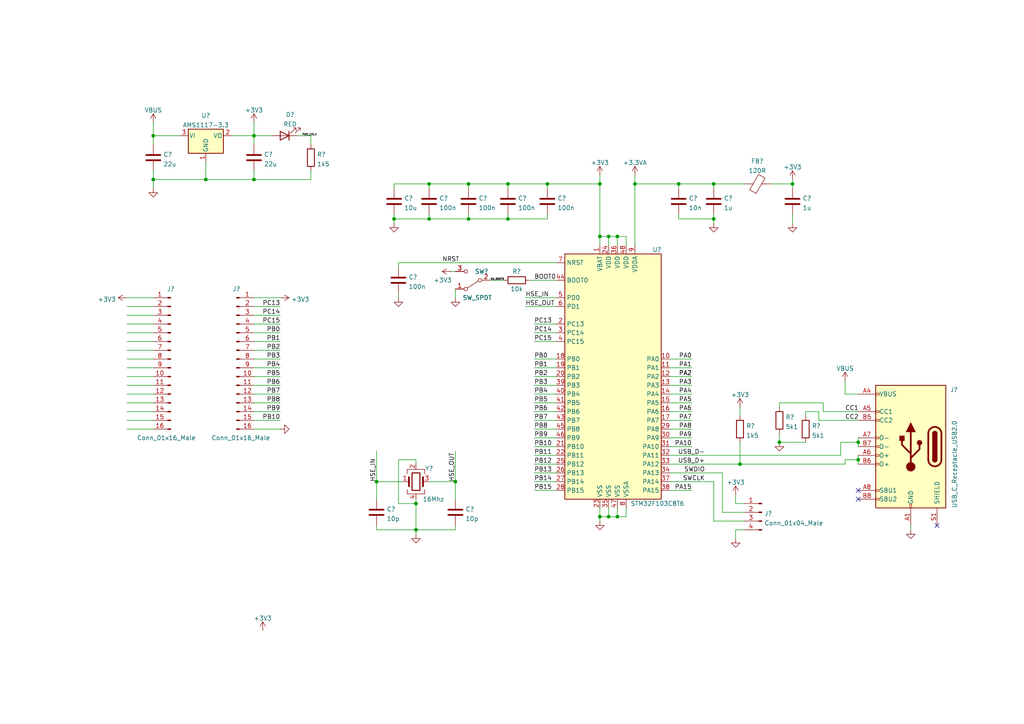
<source format=kicad_sch>
(kicad_sch (version 20211123) (generator eeschema)
  (paper "A4")
  (lib_symbols
    (symbol "Connector:Conn_01x04_Male" (pin_names (offset 1.016) hide)
      (property "Reference" "J" (at 0 5.08 0))
      (property "Value" "Conn_01x04_Male" (at 0 -7.62 0))
      (symbol "Conn_01x04_Male_1_1"
        (polyline (pts (xy 1.27 -5.08) (xy 0.8636 -5.08)) (stroke (width 0.1524)))
        (polyline (pts (xy 1.27 -2.54) (xy 0.8636 -2.54)) (stroke (width 0.1524)))
        (polyline (pts (xy 1.27 0) (xy 0.8636 0)) (stroke (width 0.1524)))
        (polyline (pts (xy 1.27 2.54) (xy 0.8636 2.54)) (stroke (width 0.1524)))
        (rectangle (start 0.8636 -4.953) (end 0 -5.207) (stroke (width 0.1524)) (fill (type outline)))
        (rectangle (start 0.8636 -2.413) (end 0 -2.667) (stroke (width 0.1524)) (fill (type outline)))
        (rectangle (start 0.8636 0.127) (end 0 -0.127) (stroke (width 0.1524)) (fill (type outline)))
        (rectangle (start 0.8636 2.667) (end 0 2.413) (stroke (width 0.1524)) (fill (type outline)))
        (pin passive line (at 5.08 2.54 180) (length 3.81) (name "Pin_1") (number "1"))
        (pin passive line (at 5.08 0 180) (length 3.81) (name "Pin_2") (number "2"))
        (pin passive line (at 5.08 -2.54 180) (length 3.81) (name "Pin_3") (number "3"))
        (pin passive line (at 5.08 -5.08 180) (length 3.81) (name "Pin_4") (number "4"))
      )
    )
    (symbol "Connector:Conn_01x16_Male" (pin_names (offset 1.016) hide)
      (property "Reference" "J" (at 0 20.32 0))
      (property "Value" "Conn_01x16_Male" (at 0 -22.86 0))
      (symbol "Conn_01x16_Male_1_1"
        (polyline (pts (xy 1.27 -20.32) (xy 0.8636 -20.32)) (stroke (width 0.1524)))
        (polyline (pts (xy 1.27 -17.78) (xy 0.8636 -17.78)) (stroke (width 0.1524)))
        (polyline (pts (xy 1.27 -15.24) (xy 0.8636 -15.24)) (stroke (width 0.1524)))
        (polyline (pts (xy 1.27 -12.7) (xy 0.8636 -12.7)) (stroke (width 0.1524)))
        (polyline (pts (xy 1.27 -10.16) (xy 0.8636 -10.16)) (stroke (width 0.1524)))
        (polyline (pts (xy 1.27 -7.62) (xy 0.8636 -7.62)) (stroke (width 0.1524)))
        (polyline (pts (xy 1.27 -5.08) (xy 0.8636 -5.08)) (stroke (width 0.1524)))
        (polyline (pts (xy 1.27 -2.54) (xy 0.8636 -2.54)) (stroke (width 0.1524)))
        (polyline (pts (xy 1.27 0) (xy 0.8636 0)) (stroke (width 0.1524)))
        (polyline (pts (xy 1.27 2.54) (xy 0.8636 2.54)) (stroke (width 0.1524)))
        (polyline (pts (xy 1.27 5.08) (xy 0.8636 5.08)) (stroke (width 0.1524)))
        (polyline (pts (xy 1.27 7.62) (xy 0.8636 7.62)) (stroke (width 0.1524)))
        (polyline (pts (xy 1.27 10.16) (xy 0.8636 10.16)) (stroke (width 0.1524)))
        (polyline (pts (xy 1.27 12.7) (xy 0.8636 12.7)) (stroke (width 0.1524)))
        (polyline (pts (xy 1.27 15.24) (xy 0.8636 15.24)) (stroke (width 0.1524)))
        (polyline (pts (xy 1.27 17.78) (xy 0.8636 17.78)) (stroke (width 0.1524)))
        (rectangle (start 0.8636 -20.193) (end 0 -20.447) (stroke (width 0.1524)) (fill (type outline)))
        (rectangle (start 0.8636 -17.653) (end 0 -17.907) (stroke (width 0.1524)) (fill (type outline)))
        (rectangle (start 0.8636 -15.113) (end 0 -15.367) (stroke (width 0.1524)) (fill (type outline)))
        (rectangle (start 0.8636 -12.573) (end 0 -12.827) (stroke (width 0.1524)) (fill (type outline)))
        (rectangle (start 0.8636 -10.033) (end 0 -10.287) (stroke (width 0.1524)) (fill (type outline)))
        (rectangle (start 0.8636 -7.493) (end 0 -7.747) (stroke (width 0.1524)) (fill (type outline)))
        (rectangle (start 0.8636 -4.953) (end 0 -5.207) (stroke (width 0.1524)) (fill (type outline)))
        (rectangle (start 0.8636 -2.413) (end 0 -2.667) (stroke (width 0.1524)) (fill (type outline)))
        (rectangle (start 0.8636 0.127) (end 0 -0.127) (stroke (width 0.1524)) (fill (type outline)))
        (rectangle (start 0.8636 2.667) (end 0 2.413) (stroke (width 0.1524)) (fill (type outline)))
        (rectangle (start 0.8636 5.207) (end 0 4.953) (stroke (width 0.1524)) (fill (type outline)))
        (rectangle (start 0.8636 7.747) (end 0 7.493) (stroke (width 0.1524)) (fill (type outline)))
        (rectangle (start 0.8636 10.287) (end 0 10.033) (stroke (width 0.1524)) (fill (type outline)))
        (rectangle (start 0.8636 12.827) (end 0 12.573) (stroke (width 0.1524)) (fill (type outline)))
        (rectangle (start 0.8636 15.367) (end 0 15.113) (stroke (width 0.1524)) (fill (type outline)))
        (rectangle (start 0.8636 17.907) (end 0 17.653) (stroke (width 0.1524)) (fill (type outline)))
        (pin passive line (at 5.08 17.78 180) (length 3.81) (name "Pin_1") (number "1"))
        (pin passive line (at 5.08 -5.08 180) (length 3.81) (name "Pin_10") (number "10"))
        (pin passive line (at 5.08 -7.62 180) (length 3.81) (name "Pin_11") (number "11"))
        (pin passive line (at 5.08 -10.16 180) (length 3.81) (name "Pin_12") (number "12"))
        (pin passive line (at 5.08 -12.7 180) (length 3.81) (name "Pin_13") (number "13"))
        (pin passive line (at 5.08 -15.24 180) (length 3.81) (name "Pin_14") (number "14"))
        (pin passive line (at 5.08 -17.78 180) (length 3.81) (name "Pin_15") (number "15"))
        (pin passive line (at 5.08 -20.32 180) (length 3.81) (name "Pin_16") (number "16"))
        (pin passive line (at 5.08 15.24 180) (length 3.81) (name "Pin_2") (number "2"))
        (pin passive line (at 5.08 12.7 180) (length 3.81) (name "Pin_3") (number "3"))
        (pin passive line (at 5.08 10.16 180) (length 3.81) (name "Pin_4") (number "4"))
        (pin passive line (at 5.08 7.62 180) (length 3.81) (name "Pin_5") (number "5"))
        (pin passive line (at 5.08 5.08 180) (length 3.81) (name "Pin_6") (number "6"))
        (pin passive line (at 5.08 2.54 180) (length 3.81) (name "Pin_7") (number "7"))
        (pin passive line (at 5.08 0 180) (length 3.81) (name "Pin_8") (number "8"))
        (pin passive line (at 5.08 -2.54 180) (length 3.81) (name "Pin_9") (number "9"))
      )
    )
    (symbol "Connector:USB_C_Receptacle_USB2.0" (pin_names (offset 1.016))
      (property "Reference" "J" (at -10.16 19.05 0))
      (property "Value" "USB_C_Receptacle_USB2.0" (at 19.05 19.05 0))
      (symbol "USB_C_Receptacle_USB2.0_0_0"
        (rectangle (start -0.254 -17.78) (end 0.254 -16.764))
        (rectangle (start 10.16 -14.986) (end 9.144 -15.494))
        (rectangle (start 10.16 -12.446) (end 9.144 -12.954))
        (rectangle (start 10.16 -4.826) (end 9.144 -5.334))
        (rectangle (start 10.16 -2.286) (end 9.144 -2.794))
        (rectangle (start 10.16 0.254) (end 9.144 -0.254))
        (rectangle (start 10.16 2.794) (end 9.144 2.286))
        (rectangle (start 10.16 7.874) (end 9.144 7.366))
        (rectangle (start 10.16 10.414) (end 9.144 9.906))
        (rectangle (start 10.16 15.494) (end 9.144 14.986))
      )
      (symbol "USB_C_Receptacle_USB2.0_0_1"
        (rectangle (start -10.16 17.78) (end 10.16 -17.78) (stroke (width 0.254)) (fill (type background)))
        (arc (start -8.89 -3.81) (mid -6.985 -5.715) (end -5.08 -3.81) (stroke (width 0.508)))
        (arc (start -7.62 -3.81) (mid -6.985 -4.445) (end -6.35 -3.81) (stroke (width 0.254)))
        (arc (start -7.62 -3.81) (mid -6.985 -4.445) (end -6.35 -3.81) (stroke (width 0.254)) (fill (type outline)))
        (rectangle (start -7.62 -3.81) (end -6.35 3.81) (stroke (width 0.254)) (fill (type outline)))
        (arc (start -6.35 3.81) (mid -6.985 4.445) (end -7.62 3.81) (stroke (width 0.254)))
        (arc (start -6.35 3.81) (mid -6.985 4.445) (end -7.62 3.81) (stroke (width 0.254)) (fill (type outline)))
        (arc (start -5.08 3.81) (mid -6.985 5.715) (end -8.89 3.81) (stroke (width 0.508)))
        (circle (center -2.54 1.143) (radius 0.635) (stroke (width 0.254)) (fill (type outline)))
        (circle (center 0 -5.842) (radius 1.27) (fill (type outline)))
        (polyline (pts (xy -8.89 -3.81) (xy -8.89 3.81)) (stroke (width 0.508)))
        (polyline (pts (xy -5.08 3.81) (xy -5.08 -3.81)) (stroke (width 0.508)))
        (polyline (pts (xy 0 -5.842) (xy 0 4.318)) (stroke (width 0.508)))
        (polyline (pts (xy 0 -3.302) (xy -2.54 -0.762) (xy -2.54 0.508)) (stroke (width 0.508)))
        (polyline (pts (xy 0 -2.032) (xy 2.54 0.508) (xy 2.54 1.778)) (stroke (width 0.508)))
        (polyline (pts (xy -1.27 4.318) (xy 0 6.858) (xy 1.27 4.318) (xy -1.27 4.318)) (stroke (width 0.254)) (fill (type outline)))
        (rectangle (start 1.905 1.778) (end 3.175 3.048) (stroke (width 0.254)) (fill (type outline)))
      )
      (symbol "USB_C_Receptacle_USB2.0_1_1"
        (pin passive line (at 0 -22.86 90) (length 5.08) (name "GND") (number "A1"))
        (pin passive line (at 0 -22.86 90) (length 5.08) hide (name "GND") (number "A12"))
        (pin passive line (at 15.24 15.24 180) (length 5.08) (name "VBUS") (number "A4"))
        (pin bidirectional line (at 15.24 10.16 180) (length 5.08) (name "CC1") (number "A5"))
        (pin bidirectional line (at 15.24 -2.54 180) (length 5.08) (name "D+") (number "A6"))
        (pin bidirectional line (at 15.24 2.54 180) (length 5.08) (name "D-") (number "A7"))
        (pin bidirectional line (at 15.24 -12.7 180) (length 5.08) (name "SBU1") (number "A8"))
        (pin passive line (at 15.24 15.24 180) (length 5.08) hide (name "VBUS") (number "A9"))
        (pin passive line (at 0 -22.86 90) (length 5.08) hide (name "GND") (number "B1"))
        (pin passive line (at 0 -22.86 90) (length 5.08) hide (name "GND") (number "B12"))
        (pin passive line (at 15.24 15.24 180) (length 5.08) hide (name "VBUS") (number "B4"))
        (pin bidirectional line (at 15.24 7.62 180) (length 5.08) (name "CC2") (number "B5"))
        (pin bidirectional line (at 15.24 -5.08 180) (length 5.08) (name "D+") (number "B6"))
        (pin bidirectional line (at 15.24 0 180) (length 5.08) (name "D-") (number "B7"))
        (pin bidirectional line (at 15.24 -15.24 180) (length 5.08) (name "SBU2") (number "B8"))
        (pin passive line (at 15.24 15.24 180) (length 5.08) hide (name "VBUS") (number "B9"))
        (pin passive line (at -7.62 -22.86 90) (length 5.08) (name "SHIELD") (number "S1"))
      )
    )
    (symbol "Device:C" (pin_numbers hide) (pin_names (offset 0.254))
      (property "Reference" "C" (at 0.635 2.54 0))
      (property "Value" "C" (at 0.635 -2.54 0))
      (symbol "C_0_1"
        (polyline (pts (xy -2.032 -0.762) (xy 2.032 -0.762)) (stroke (width 0.508)))
        (polyline (pts (xy -2.032 0.762) (xy 2.032 0.762)) (stroke (width 0.508)))
      )
      (symbol "C_1_1"
        (pin passive line (at 0 3.81 270) (length 2.794) (name "~") (number "1"))
        (pin passive line (at 0 -3.81 90) (length 2.794) (name "~") (number "2"))
      )
    )
    (symbol "Device:Crystal_GND24" (pin_names (offset 1.016) hide)
      (property "Reference" "Y" (at 3.175 5.08 0))
      (property "Value" "Crystal_GND24" (at 3.175 3.175 0))
      (symbol "Crystal_GND24_0_1"
        (rectangle (start -1.143 2.54) (end 1.143 -2.54) (stroke (width 0.3048)))
        (polyline (pts (xy -2.54 0) (xy -2.032 0)))
        (polyline (pts (xy -2.032 -1.27) (xy -2.032 1.27)) (stroke (width 0.508)))
        (polyline (pts (xy 0 -3.81) (xy 0 -3.556)))
        (polyline (pts (xy 0 3.556) (xy 0 3.81)))
        (polyline (pts (xy 2.032 -1.27) (xy 2.032 1.27)) (stroke (width 0.508)))
        (polyline (pts (xy 2.032 0) (xy 2.54 0)))
        (polyline (pts (xy -2.54 -2.286) (xy -2.54 -3.556) (xy 2.54 -3.556) (xy 2.54 -2.286)))
        (polyline (pts (xy -2.54 2.286) (xy -2.54 3.556) (xy 2.54 3.556) (xy 2.54 2.286)))
      )
      (symbol "Crystal_GND24_1_1"
        (pin passive line (at -3.81 0 0) (length 1.27) (name "1") (number "1"))
        (pin passive line (at 0 5.08 270) (length 1.27) (name "2") (number "2"))
        (pin passive line (at 3.81 0 180) (length 1.27) (name "3") (number "3"))
        (pin passive line (at 0 -5.08 90) (length 1.27) (name "4") (number "4"))
      )
    )
    (symbol "Device:FerriteBead" (pin_numbers hide) (pin_names (offset 0))
      (property "Reference" "FB" (at -3.81 0.635 90))
      (property "Value" "FerriteBead" (at 3.81 0 90))
      (symbol "FerriteBead_0_1"
        (polyline (pts (xy 0 -1.27) (xy 0 -1.2192)))
        (polyline (pts (xy 0 1.27) (xy 0 1.2954)))
        (polyline (pts (xy -2.7686 0.4064) (xy -1.7018 2.2606) (xy 2.7686 -0.3048) (xy 1.6764 -2.159) (xy -2.7686 0.4064)))
      )
      (symbol "FerriteBead_1_1"
        (pin passive line (at 0 3.81 270) (length 2.54) (name "~") (number "1"))
        (pin passive line (at 0 -3.81 90) (length 2.54) (name "~") (number "2"))
      )
    )
    (symbol "Device:LED" (pin_numbers hide) (pin_names (offset 1.016) hide)
      (property "Reference" "D" (at 0 2.54 0))
      (property "Value" "LED" (at 0 -2.54 0))
      (symbol "LED_0_1"
        (polyline (pts (xy -1.27 -1.27) (xy -1.27 1.27)) (stroke (width 0.254)))
        (polyline (pts (xy -1.27 0) (xy 1.27 0)))
        (polyline (pts (xy 1.27 -1.27) (xy 1.27 1.27) (xy -1.27 0) (xy 1.27 -1.27)) (stroke (width 0.254)))
        (polyline (pts (xy -3.048 -0.762) (xy -4.572 -2.286) (xy -3.81 -2.286) (xy -4.572 -2.286) (xy -4.572 -1.524)))
        (polyline (pts (xy -1.778 -0.762) (xy -3.302 -2.286) (xy -2.54 -2.286) (xy -3.302 -2.286) (xy -3.302 -1.524)))
      )
      (symbol "LED_1_1"
        (pin passive line (at -3.81 0 0) (length 2.54) (name "K") (number "1"))
        (pin passive line (at 3.81 0 180) (length 2.54) (name "A") (number "2"))
      )
    )
    (symbol "Device:R" (pin_numbers hide) (pin_names (offset 0))
      (property "Reference" "R" (at 2.032 0 90))
      (property "Value" "R" (at 0 0 90))
      (symbol "R_0_1"
        (rectangle (start -1.016 -2.54) (end 1.016 2.54) (stroke (width 0.254)))
      )
      (symbol "R_1_1"
        (pin passive line (at 0 3.81 270) (length 1.27) (name "~") (number "1"))
        (pin passive line (at 0 -3.81 90) (length 1.27) (name "~") (number "2"))
      )
    )
    (symbol "MCU_ST_STM32F1:STM32F103C8Tx"
      (property "Reference" "U" (at -15.24 36.83 0))
      (property "Value" "STM32F103C8Tx" (at 7.62 36.83 0))
      (symbol "STM32F103C8Tx_0_1"
        (rectangle (start -15.24 -35.56) (end 12.7 35.56) (stroke (width 0.254)) (fill (type background)))
      )
      (symbol "STM32F103C8Tx_1_1"
        (pin power_in line (at -5.08 38.1 270) (length 2.54) (name "VBAT") (number "1"))
        (pin bidirectional line (at 15.24 5.08 180) (length 2.54) (name "PA0") (number "10"))
        (pin bidirectional line (at 15.24 2.54 180) (length 2.54) (name "PA1") (number "11"))
        (pin bidirectional line (at 15.24 0 180) (length 2.54) (name "PA2") (number "12"))
        (pin bidirectional line (at 15.24 -2.54 180) (length 2.54) (name "PA3") (number "13"))
        (pin bidirectional line (at 15.24 -5.08 180) (length 2.54) (name "PA4") (number "14"))
        (pin bidirectional line (at 15.24 -7.62 180) (length 2.54) (name "PA5") (number "15"))
        (pin bidirectional line (at 15.24 -10.16 180) (length 2.54) (name "PA6") (number "16"))
        (pin bidirectional line (at 15.24 -12.7 180) (length 2.54) (name "PA7") (number "17"))
        (pin bidirectional line (at -17.78 5.08 0) (length 2.54) (name "PB0") (number "18"))
        (pin bidirectional line (at -17.78 2.54 0) (length 2.54) (name "PB1") (number "19"))
        (pin bidirectional line (at -17.78 15.24 0) (length 2.54) (name "PC13") (number "2"))
        (pin bidirectional line (at -17.78 0 0) (length 2.54) (name "PB2") (number "20"))
        (pin bidirectional line (at -17.78 -20.32 0) (length 2.54) (name "PB10") (number "21"))
        (pin bidirectional line (at -17.78 -22.86 0) (length 2.54) (name "PB11") (number "22"))
        (pin power_in line (at -5.08 -38.1 90) (length 2.54) (name "VSS") (number "23"))
        (pin power_in line (at -2.54 38.1 270) (length 2.54) (name "VDD") (number "24"))
        (pin bidirectional line (at -17.78 -25.4 0) (length 2.54) (name "PB12") (number "25"))
        (pin bidirectional line (at -17.78 -27.94 0) (length 2.54) (name "PB13") (number "26"))
        (pin bidirectional line (at -17.78 -30.48 0) (length 2.54) (name "PB14") (number "27"))
        (pin bidirectional line (at -17.78 -33.02 0) (length 2.54) (name "PB15") (number "28"))
        (pin bidirectional line (at 15.24 -15.24 180) (length 2.54) (name "PA8") (number "29"))
        (pin bidirectional line (at -17.78 12.7 0) (length 2.54) (name "PC14") (number "3"))
        (pin bidirectional line (at 15.24 -17.78 180) (length 2.54) (name "PA9") (number "30"))
        (pin bidirectional line (at 15.24 -20.32 180) (length 2.54) (name "PA10") (number "31"))
        (pin bidirectional line (at 15.24 -22.86 180) (length 2.54) (name "PA11") (number "32"))
        (pin bidirectional line (at 15.24 -25.4 180) (length 2.54) (name "PA12") (number "33"))
        (pin bidirectional line (at 15.24 -27.94 180) (length 2.54) (name "PA13") (number "34"))
        (pin power_in line (at -2.54 -38.1 90) (length 2.54) (name "VSS") (number "35"))
        (pin power_in line (at 0 38.1 270) (length 2.54) (name "VDD") (number "36"))
        (pin bidirectional line (at 15.24 -30.48 180) (length 2.54) (name "PA14") (number "37"))
        (pin bidirectional line (at 15.24 -33.02 180) (length 2.54) (name "PA15") (number "38"))
        (pin bidirectional line (at -17.78 -2.54 0) (length 2.54) (name "PB3") (number "39"))
        (pin bidirectional line (at -17.78 10.16 0) (length 2.54) (name "PC15") (number "4"))
        (pin bidirectional line (at -17.78 -5.08 0) (length 2.54) (name "PB4") (number "40"))
        (pin bidirectional line (at -17.78 -7.62 0) (length 2.54) (name "PB5") (number "41"))
        (pin bidirectional line (at -17.78 -10.16 0) (length 2.54) (name "PB6") (number "42"))
        (pin bidirectional line (at -17.78 -12.7 0) (length 2.54) (name "PB7") (number "43"))
        (pin input line (at -17.78 27.94 0) (length 2.54) (name "BOOT0") (number "44"))
        (pin bidirectional line (at -17.78 -15.24 0) (length 2.54) (name "PB8") (number "45"))
        (pin bidirectional line (at -17.78 -17.78 0) (length 2.54) (name "PB9") (number "46"))
        (pin power_in line (at 0 -38.1 90) (length 2.54) (name "VSS") (number "47"))
        (pin power_in line (at 2.54 38.1 270) (length 2.54) (name "VDD") (number "48"))
        (pin input line (at -17.78 22.86 0) (length 2.54) (name "PD0") (number "5"))
        (pin input line (at -17.78 20.32 0) (length 2.54) (name "PD1") (number "6"))
        (pin input line (at -17.78 33.02 0) (length 2.54) (name "NRST") (number "7"))
        (pin power_in line (at 2.54 -38.1 90) (length 2.54) (name "VSSA") (number "8"))
        (pin power_in line (at 5.08 38.1 270) (length 2.54) (name "VDDA") (number "9"))
      )
    )
    (symbol "Regulator_Linear:AMS1117-3.3" (pin_names (offset 0.254))
      (property "Reference" "U" (at -3.81 3.175 0))
      (property "Value" "AMS1117-3.3" (at 0 3.175 0))
      (symbol "AMS1117-3.3_0_1"
        (rectangle (start -5.08 -5.08) (end 5.08 1.905) (stroke (width 0.254)) (fill (type background)))
      )
      (symbol "AMS1117-3.3_1_1"
        (pin power_in line (at 0 -7.62 90) (length 2.54) (name "GND") (number "1"))
        (pin power_out line (at 7.62 0 180) (length 2.54) (name "VO") (number "2"))
        (pin power_in line (at -7.62 0 0) (length 2.54) (name "VI") (number "3"))
      )
    )
    (symbol "Switch:SW_SPDT" (pin_names (offset 0) hide)
      (property "Reference" "SW" (at 0 4.318 0))
      (property "Value" "SW_SPDT" (at 0 -5.08 0))
      (symbol "SW_SPDT_0_0"
        (circle (center -2.032 0) (radius 0.508))
        (circle (center 2.032 -2.54) (radius 0.508))
      )
      (symbol "SW_SPDT_0_1"
        (polyline (pts (xy -1.524 0.254) (xy 1.651 2.286)))
        (circle (center 2.032 2.54) (radius 0.508))
      )
      (symbol "SW_SPDT_1_1"
        (pin passive line (at 5.08 2.54 180) (length 2.54) (name "A") (number "1"))
        (pin passive line (at -5.08 0 0) (length 2.54) (name "B") (number "2"))
        (pin passive line (at 5.08 -2.54 180) (length 2.54) (name "C") (number "3"))
      )
    )
    (symbol "power:+3.3V" (power) (pin_names (offset 0))
      (property "Value" "+3.3V" (at 0 3.556 0))
      (symbol "+3.3V_0_1"
        (polyline (pts (xy -0.762 1.27) (xy 0 2.54)))
        (polyline (pts (xy 0 0) (xy 0 2.54)))
        (polyline (pts (xy 0 2.54) (xy 0.762 1.27)))
      )
      (symbol "+3.3V_1_1"
        (pin power_in line (at 0 0 90) (length 0) hide (name "+3V3") (number "1"))
      )
    )
    (symbol "power:+3.3VA" (power) (pin_names (offset 0))
      (property "Value" "+3.3VA" (at 0 3.556 0))
      (symbol "+3.3VA_0_1"
        (polyline (pts (xy -0.762 1.27) (xy 0 2.54)))
        (polyline (pts (xy 0 0) (xy 0 2.54)))
        (polyline (pts (xy 0 2.54) (xy 0.762 1.27)))
      )
      (symbol "+3.3VA_1_1"
        (pin power_in line (at 0 0 90) (length 0) hide (name "+3.3VA") (number "1"))
      )
    )
    (symbol "power:GND" (power) (pin_names (offset 0))
      (property "Value" "GND" (at 0 -3.81 0))
      (symbol "GND_0_1"
        (polyline (pts (xy 0 0) (xy 0 -1.27) (xy 1.27 -1.27) (xy 0 -2.54) (xy -1.27 -1.27) (xy 0 -1.27)))
      )
      (symbol "GND_1_1"
        (pin power_in line (at 0 0 270) (length 0) hide (name "GND") (number "1"))
      )
    )
    (symbol "power:VBUS" (power) (pin_names (offset 0))
      (property "Value" "VBUS" (at 0 3.81 0))
      (symbol "VBUS_0_1"
        (polyline (pts (xy -0.762 1.27) (xy 0 2.54)))
        (polyline (pts (xy 0 0) (xy 0 2.54)))
        (polyline (pts (xy 0 2.54) (xy 0.762 1.27)))
      )
      (symbol "VBUS_1_1"
        (pin power_in line (at 0 0 90) (length 0) hide (name "VBUS") (number "1"))
      )
    )
  )
  (junction (at 229.87 53.34))
  (junction (at 73.66 52.07))
  (junction (at 207.01 53.34))
  (junction (at 184.15 53.34))
  (junction (at 135.89 63.5))
  (junction (at 179.07 149.86))
  (junction (at 248.92 128.27))
  (junction (at 207.01 63.5))
  (junction (at 176.53 149.86))
  (junction (at 114.3 63.5))
  (junction (at 44.45 39.37))
  (junction (at 147.32 63.5))
  (junction (at 44.45 52.07))
  (junction (at 124.46 53.34))
  (junction (at 173.99 53.34))
  (junction (at 226.06 128.27))
  (junction (at 132.08 139.7))
  (junction (at 173.99 149.86))
  (junction (at 73.66 39.37))
  (junction (at 176.53 68.58))
  (junction (at 214.63 134.62))
  (junction (at 124.46 63.5))
  (junction (at 196.85 53.34))
  (junction (at 120.65 146.05))
  (junction (at 179.07 68.58))
  (junction (at 120.65 153.67))
  (junction (at 109.22 139.7))
  (junction (at 173.99 68.58))
  (junction (at 158.75 53.34))
  (junction (at 135.89 53.34))
  (junction (at 147.32 53.34))
  (junction (at 248.92 133.35))
  (junction (at 59.69 52.07))
  (no_connect (at 248.92 144.78))
  (no_connect (at 248.92 142.24))
  (no_connect (at 271.78 152.4))
  (wire (pts (xy 120.65 144.78) (xy 120.65 146.05)))
  (wire (pts (xy 142.24 81.28) (xy 146.05 81.28)))
  (wire (pts (xy 245.11 114.3) (xy 248.92 114.3)))
  (wire (pts (xy 135.89 53.34) (xy 124.46 53.34)))
  (wire (pts (xy 154.94 139.7) (xy 161.29 139.7)))
  (wire (pts (xy 36.83 111.76) (xy 44.45 111.76)))
  (wire (pts (xy 44.45 52.07) (xy 59.69 52.07)))
  (wire (pts (xy 154.94 109.22) (xy 161.29 109.22)))
  (wire (pts (xy 147.32 53.34) (xy 147.32 54.61)))
  (wire (pts (xy 179.07 149.86) (xy 181.61 149.86)))
  (wire (pts (xy 196.85 53.34) (xy 196.85 54.61)))
  (wire (pts (xy 36.83 93.98) (xy 44.45 93.98)))
  (wire (pts (xy 194.31 109.22) (xy 200.66 109.22)))
  (wire (pts (xy 147.32 62.23) (xy 147.32 63.5)))
  (wire (pts (xy 176.53 147.32) (xy 176.53 149.86)))
  (wire (pts (xy 120.65 146.05) (xy 115.57 146.05)))
  (wire (pts (xy 73.66 109.22) (xy 81.28 109.22)))
  (wire (pts (xy 36.83 119.38) (xy 44.45 119.38)))
  (wire (pts (xy 147.32 53.34) (xy 135.89 53.34)))
  (wire (pts (xy 120.65 133.35) (xy 120.65 134.62)))
  (wire (pts (xy 147.32 63.5) (xy 158.75 63.5)))
  (wire (pts (xy 248.92 128.27) (xy 248.92 129.54)))
  (wire (pts (xy 124.46 53.34) (xy 124.46 54.61)))
  (wire (pts (xy 264.16 152.4) (xy 264.16 153.67)))
  (wire (pts (xy 132.08 139.7) (xy 132.08 144.78)))
  (wire (pts (xy 115.57 133.35) (xy 120.65 133.35)))
  (wire (pts (xy 173.99 147.32) (xy 173.99 149.86)))
  (wire (pts (xy 173.99 149.86) (xy 176.53 149.86)))
  (wire (pts (xy 213.36 146.05) (xy 215.9 146.05)))
  (wire (pts (xy 36.83 101.6) (xy 44.45 101.6)))
  (wire (pts (xy 90.17 49.53) (xy 90.17 52.07)))
  (wire (pts (xy 158.75 54.61) (xy 158.75 53.34)))
  (wire (pts (xy 154.94 137.16) (xy 161.29 137.16)))
  (wire (pts (xy 132.08 130.81) (xy 132.08 139.7)))
  (wire (pts (xy 226.06 116.84) (xy 238.76 116.84)))
  (wire (pts (xy 154.94 93.98) (xy 161.29 93.98)))
  (wire (pts (xy 207.01 62.23) (xy 207.01 63.5)))
  (wire (pts (xy 73.66 124.46) (xy 81.28 124.46)))
  (wire (pts (xy 120.65 146.05) (xy 120.65 153.67)))
  (wire (pts (xy 115.57 76.2) (xy 161.29 76.2)))
  (wire (pts (xy 237.49 121.92) (xy 248.92 121.92)))
  (wire (pts (xy 248.92 133.35) (xy 248.92 134.62)))
  (wire (pts (xy 238.76 116.84) (xy 238.76 119.38)))
  (wire (pts (xy 130.81 78.74) (xy 132.08 78.74)))
  (wire (pts (xy 36.83 121.92) (xy 44.45 121.92)))
  (wire (pts (xy 114.3 53.34) (xy 114.3 54.61)))
  (wire (pts (xy 214.63 128.27) (xy 214.63 134.62)))
  (wire (pts (xy 158.75 62.23) (xy 158.75 63.5)))
  (wire (pts (xy 213.36 143.51) (xy 213.36 146.05)))
  (wire (pts (xy 154.94 121.92) (xy 161.29 121.92)))
  (wire (pts (xy 90.17 39.37) (xy 90.17 41.91)))
  (wire (pts (xy 73.66 91.44) (xy 81.28 91.44)))
  (wire (pts (xy 194.31 104.14) (xy 200.66 104.14)))
  (wire (pts (xy 215.9 153.67) (xy 213.36 153.67)))
  (wire (pts (xy 73.66 116.84) (xy 81.28 116.84)))
  (wire (pts (xy 154.94 96.52) (xy 161.29 96.52)))
  (wire (pts (xy 154.94 114.3) (xy 161.29 114.3)))
  (wire (pts (xy 44.45 35.56) (xy 44.45 39.37)))
  (wire (pts (xy 154.94 132.08) (xy 161.29 132.08)))
  (wire (pts (xy 154.94 99.06) (xy 161.29 99.06)))
  (wire (pts (xy 245.11 133.35) (xy 245.11 134.62)))
  (wire (pts (xy 44.45 39.37) (xy 44.45 41.91)))
  (wire (pts (xy 226.06 125.73) (xy 226.06 128.27)))
  (wire (pts (xy 135.89 62.23) (xy 135.89 63.5)))
  (wire (pts (xy 229.87 53.34) (xy 229.87 54.61)))
  (wire (pts (xy 176.53 68.58) (xy 179.07 68.58)))
  (wire (pts (xy 248.92 127) (xy 248.92 128.27)))
  (wire (pts (xy 59.69 46.99) (xy 59.69 52.07)))
  (wire (pts (xy 73.66 52.07) (xy 90.17 52.07)))
  (wire (pts (xy 73.66 111.76) (xy 81.28 111.76)))
  (wire (pts (xy 158.75 53.34) (xy 147.32 53.34)))
  (wire (pts (xy 132.08 152.4) (xy 132.08 153.67)))
  (wire (pts (xy 194.31 127) (xy 200.66 127)))
  (wire (pts (xy 154.94 142.24) (xy 161.29 142.24)))
  (wire (pts (xy 154.94 106.68) (xy 161.29 106.68)))
  (wire (pts (xy 173.99 68.58) (xy 173.99 71.12)))
  (wire (pts (xy 120.65 153.67) (xy 132.08 153.67)))
  (wire (pts (xy 124.46 63.5) (xy 135.89 63.5)))
  (wire (pts (xy 114.3 63.5) (xy 124.46 63.5)))
  (wire (pts (xy 154.94 124.46) (xy 161.29 124.46)))
  (wire (pts (xy 207.01 139.7) (xy 207.01 151.13)))
  (wire (pts (xy 73.66 104.14) (xy 81.28 104.14)))
  (wire (pts (xy 194.31 132.08) (xy 243.84 132.08)))
  (wire (pts (xy 238.76 119.38) (xy 248.92 119.38)))
  (wire (pts (xy 194.31 134.62) (xy 214.63 134.62)))
  (wire (pts (xy 184.15 53.34) (xy 184.15 71.12)))
  (wire (pts (xy 207.01 54.61) (xy 207.01 53.34)))
  (wire (pts (xy 52.07 39.37) (xy 44.45 39.37)))
  (wire (pts (xy 184.15 53.34) (xy 184.15 50.8)))
  (wire (pts (xy 158.75 53.34) (xy 173.99 53.34)))
  (wire (pts (xy 73.66 99.06) (xy 81.28 99.06)))
  (wire (pts (xy 154.94 116.84) (xy 161.29 116.84)))
  (wire (pts (xy 154.94 134.62) (xy 161.29 134.62)))
  (wire (pts (xy 154.94 129.54) (xy 161.29 129.54)))
  (wire (pts (xy 207.01 53.34) (xy 196.85 53.34)))
  (wire (pts (xy 109.22 139.7) (xy 109.22 144.78)))
  (wire (pts (xy 135.89 53.34) (xy 135.89 54.61)))
  (wire (pts (xy 194.31 137.16) (xy 209.55 137.16)))
  (wire (pts (xy 114.3 62.23) (xy 114.3 63.5)))
  (wire (pts (xy 67.31 39.37) (xy 73.66 39.37)))
  (wire (pts (xy 154.94 119.38) (xy 161.29 119.38)))
  (wire (pts (xy 59.69 52.07) (xy 73.66 52.07)))
  (wire (pts (xy 36.83 106.68) (xy 44.45 106.68)))
  (wire (pts (xy 36.83 109.22) (xy 44.45 109.22)))
  (wire (pts (xy 226.06 128.27) (xy 233.68 128.27)))
  (wire (pts (xy 124.46 62.23) (xy 124.46 63.5)))
  (wire (pts (xy 73.66 39.37) (xy 78.74 39.37)))
  (wire (pts (xy 73.66 35.56) (xy 73.66 39.37)))
  (wire (pts (xy 194.31 142.24) (xy 200.66 142.24)))
  (wire (pts (xy 73.66 93.98) (xy 81.28 93.98)))
  (wire (pts (xy 154.94 111.76) (xy 161.29 111.76)))
  (wire (pts (xy 120.65 154.94) (xy 120.65 153.67)))
  (wire (pts (xy 229.87 62.23) (xy 229.87 64.77)))
  (wire (pts (xy 248.92 133.35) (xy 245.11 133.35)))
  (wire (pts (xy 109.22 153.67) (xy 120.65 153.67)))
  (wire (pts (xy 233.68 120.65) (xy 233.68 119.38)))
  (wire (pts (xy 115.57 146.05) (xy 115.57 133.35)))
  (wire (pts (xy 245.11 110.49) (xy 245.11 114.3)))
  (wire (pts (xy 179.07 147.32) (xy 179.07 149.86)))
  (wire (pts (xy 36.83 116.84) (xy 44.45 116.84)))
  (wire (pts (xy 135.89 63.5) (xy 147.32 63.5)))
  (wire (pts (xy 194.31 114.3) (xy 200.66 114.3)))
  (wire (pts (xy 124.46 139.7) (xy 132.08 139.7)))
  (wire (pts (xy 196.85 53.34) (xy 184.15 53.34)))
  (wire (pts (xy 36.83 86.36) (xy 44.45 86.36)))
  (wire (pts (xy 73.66 52.07) (xy 73.66 49.53)))
  (wire (pts (xy 209.55 148.59) (xy 209.55 137.16)))
  (wire (pts (xy 248.92 132.08) (xy 248.92 133.35)))
  (wire (pts (xy 194.31 124.46) (xy 200.66 124.46)))
  (wire (pts (xy 36.83 124.46) (xy 44.45 124.46)))
  (wire (pts (xy 194.31 106.68) (xy 200.66 106.68)))
  (wire (pts (xy 226.06 118.11) (xy 226.06 116.84)))
  (wire (pts (xy 173.99 53.34) (xy 173.99 68.58)))
  (wire (pts (xy 223.52 53.34) (xy 229.87 53.34)))
  (wire (pts (xy 73.66 88.9) (xy 81.28 88.9)))
  (wire (pts (xy 213.36 153.67) (xy 213.36 156.21)))
  (wire (pts (xy 229.87 52.07) (xy 229.87 53.34)))
  (wire (pts (xy 176.53 68.58) (xy 176.53 71.12)))
  (wire (pts (xy 73.66 114.3) (xy 81.28 114.3)))
  (wire (pts (xy 44.45 49.53) (xy 44.45 52.07)))
  (wire (pts (xy 73.66 121.92) (xy 81.28 121.92)))
  (wire (pts (xy 152.4 88.9) (xy 161.29 88.9)))
  (wire (pts (xy 207.01 53.34) (xy 215.9 53.34)))
  (wire (pts (xy 194.31 139.7) (xy 207.01 139.7)))
  (wire (pts (xy 154.94 127) (xy 161.29 127)))
  (wire (pts (xy 36.83 96.52) (xy 44.45 96.52)))
  (wire (pts (xy 73.66 106.68) (xy 81.28 106.68)))
  (wire (pts (xy 196.85 62.23) (xy 196.85 63.5)))
  (wire (pts (xy 154.94 104.14) (xy 161.29 104.14)))
  (wire (pts (xy 173.99 149.86) (xy 173.99 151.13)))
  (wire (pts (xy 207.01 63.5) (xy 207.01 64.77)))
  (wire (pts (xy 36.83 88.9) (xy 44.45 88.9)))
  (wire (pts (xy 153.67 81.28) (xy 161.29 81.28)))
  (wire (pts (xy 243.84 128.27) (xy 243.84 132.08)))
  (wire (pts (xy 115.57 86.36) (xy 115.57 85.09)))
  (wire (pts (xy 194.31 119.38) (xy 200.66 119.38)))
  (wire (pts (xy 176.53 149.86) (xy 179.07 149.86)))
  (wire (pts (xy 109.22 152.4) (xy 109.22 153.67)))
  (wire (pts (xy 248.92 128.27) (xy 243.84 128.27)))
  (wire (pts (xy 36.83 104.14) (xy 44.45 104.14)))
  (wire (pts (xy 109.22 130.81) (xy 109.22 139.7)))
  (wire (pts (xy 207.01 63.5) (xy 196.85 63.5)))
  (wire (pts (xy 207.01 151.13) (xy 215.9 151.13)))
  (wire (pts (xy 44.45 52.07) (xy 44.45 54.61)))
  (wire (pts (xy 36.83 114.3) (xy 44.45 114.3)))
  (wire (pts (xy 36.83 91.44) (xy 44.45 91.44)))
  (wire (pts (xy 86.36 39.37) (xy 90.17 39.37)))
  (wire (pts (xy 194.31 116.84) (xy 200.66 116.84)))
  (wire (pts (xy 214.63 118.11) (xy 214.63 120.65)))
  (wire (pts (xy 73.66 86.36) (xy 81.28 86.36)))
  (wire (pts (xy 173.99 68.58) (xy 176.53 68.58)))
  (wire (pts (xy 173.99 50.8) (xy 173.99 53.34)))
  (wire (pts (xy 214.63 134.62) (xy 245.11 134.62)))
  (wire (pts (xy 194.31 111.76) (xy 200.66 111.76)))
  (wire (pts (xy 194.31 121.92) (xy 200.66 121.92)))
  (wire (pts (xy 36.83 99.06) (xy 44.45 99.06)))
  (wire (pts (xy 115.57 77.47) (xy 115.57 76.2)))
  (wire (pts (xy 233.68 119.38) (xy 237.49 119.38)))
  (wire (pts (xy 73.66 96.52) (xy 81.28 96.52)))
  (wire (pts (xy 194.31 129.54) (xy 200.66 129.54)))
  (wire (pts (xy 179.07 68.58) (xy 179.07 71.12)))
  (wire (pts (xy 73.66 101.6) (xy 81.28 101.6)))
  (wire (pts (xy 109.22 139.7) (xy 116.84 139.7)))
  (wire (pts (xy 114.3 63.5) (xy 114.3 64.77)))
  (wire (pts (xy 215.9 148.59) (xy 209.55 148.59)))
  (wire (pts (xy 73.66 119.38) (xy 81.28 119.38)))
  (wire (pts (xy 181.61 147.32) (xy 181.61 149.86)))
  (wire (pts (xy 73.66 39.37) (xy 73.66 41.91)))
  (wire (pts (xy 132.08 83.82) (xy 132.08 86.36)))
  (wire (pts (xy 179.07 68.58) (xy 181.61 68.58)))
  (wire (pts (xy 237.49 119.38) (xy 237.49 121.92)))
  (wire (pts (xy 124.46 53.34) (xy 114.3 53.34)))
  (wire (pts (xy 181.61 68.58) (xy 181.61 71.12)))
  (wire (pts (xy 152.4 86.36) (xy 161.29 86.36)))
  (label "PC15" (at 154.94 99.06 0))
  (label "PB14" (at 154.94 139.7 0))
  (label "PB9" (at 81.28 119.38 180))
  (label "PA2" (at 200.66 109.22 180))
  (label "PB12" (at 154.94 134.62 0))
  (label "PB15" (at 154.94 142.24 0))
  (label "PB0" (at 81.28 96.52 180))
  (label "PA9" (at 200.66 127 180))
  (label "PC13" (at 81.28 88.9 180))
  (label "PB4" (at 154.94 114.3 0))
  (label "PB1" (at 81.28 99.06 180))
  (label "PB2" (at 81.28 101.6 180))
  (label "CC1" (at 245.11 119.38 0))
  (label "PA15" (at 200.66 142.24 180))
  (label "USB_D-" (at 204.47 132.08 180))
  (label "PB9" (at 154.94 127 0))
  (label "PB8" (at 154.94 124.46 0))
  (label "CC2" (at 245.11 121.92 0))
  (label "PB1" (at 154.94 106.68 0))
  (label "PA0" (at 200.66 104.14 180))
  (label "SWDIO" (at 204.47 137.16 180))
  (label "BOOT0" (at 154.94 81.28 0))
  (label "PA8" (at 200.66 124.46 180))
  (label "PC13" (at 154.94 93.98 0))
  (label "PC14" (at 154.94 96.52 0))
  (label "PA7" (at 200.66 121.92 180))
  (label "PA5" (at 200.66 116.84 180))
  (label "PB11" (at 154.94 132.08 0))
  (label "PB6" (at 154.94 119.38 0))
  (label "SW_BOOT0" (at 142.24 81.28 0) (effects (font (size 0.5 0.5))))
  (label "PB6" (at 81.28 111.76 180))
  (label "PB13" (at 154.94 137.16 0))
  (label "PA6" (at 200.66 119.38 180))
  (label "PB0" (at 154.94 104.14 0))
  (label "PWR_LED_K" (at 87.63 39.37 0) (effects (font (size 0.5 0.5))))
  (label "NRST" (at 128.27 76.2 0))
  (label "PB7" (at 154.94 121.92 0))
  (label "PB4" (at 81.28 106.68 180))
  (label "PA2" (at 200.66 109.22 180))
  (label "PB5" (at 81.28 109.22 180))
  (label "PB5" (at 154.94 116.84 0))
  (label "PC14" (at 81.28 91.44 180))
  (label "PB3" (at 81.28 104.14 180))
  (label "PB7" (at 81.28 114.3 180))
  (label "PA10" (at 200.66 129.54 180))
  (label "PB8" (at 81.28 116.84 180))
  (label "HSE_OUT" (at 132.08 139.7 90))
  (label "PC15" (at 81.28 93.98 180))
  (label "HSE_IN" (at 152.4 86.36 0))
  (label "PA1" (at 200.66 106.68 180))
  (label "PB3" (at 154.94 111.76 0))
  (label "PB10" (at 154.94 129.54 0))
  (label "PA4" (at 200.66 114.3 180))
  (label "HSE_IN" (at 109.22 139.7 90))
  (label "USB_D+" (at 204.47 134.62 180))
  (label "PA3" (at 200.66 111.76 180))
  (label "PB2" (at 154.94 109.22 0))
  (label "PB10" (at 81.28 121.92 180))
  (label "SWCLK" (at 204.47 139.7 180))
  (label "HSE_OUT" (at 152.4 88.9 0))
  (symbol (lib_id "power:GND") (at 114.3 64.77 0) (unit 1)
    (property "Reference" "#PWR?" (effects hide))
    (property "Value" "GND" (effects hide))
  )
  (symbol (lib_id "power:GND") (at 81.28 124.46 90) (unit 1)
    (property "Reference" "#PWR?" (effects hide))
    (property "Value" "GND" (effects hide))
  )
  (symbol (lib_id "Device:C") (at 158.75 58.42 0) (unit 1)
    (property "Reference" "C?" (at 161.671 57.5115 0) (effects (justify left)))
    (property "Value" "100n" (at 161.671 60.2866 0) (effects (justify left)))
  )
  (symbol (lib_id "Device:R") (at 226.06 121.92 0) (unit 1)
    (property "Reference" "R?" (at 227.838 121.0115 0) (effects (justify left)))
    (property "Value" "5k1" (at 227.838 123.7866 0) (effects (justify left)))
  )
  (symbol (lib_id "Connector:Conn_01x04_Male") (at 220.98 148.59 0) (mirror y) (unit 1)
    (property "Reference" "J?" (at 221.6912 148.9515 0) (effects (justify right)))
    (property "Value" "Conn_01x04_Male" (at 221.6912 151.7266 0) (effects (justify right)))
  )
  (symbol (lib_id "power:+3.3V") (at 213.36 143.51 0) (unit 1)
    (property "Reference" "#PWR?" (effects hide))
    (property "Value" "+3.3V" (at 213.36 139.9055 0))
  )
  (symbol (lib_id "Device:C") (at 115.57 81.28 0) (unit 1)
    (property "Reference" "C?" (at 118.491 80.3715 0) (effects (justify left)))
    (property "Value" "100n" (at 118.491 83.1466 0) (effects (justify left)))
  )
  (symbol (lib_id "power:GND") (at 115.57 86.36 0) (unit 1)
    (property "Reference" "#PWR?" (effects hide))
    (property "Value" "GND" (effects hide))
  )
  (symbol (lib_id "Device:R") (at 149.86 81.28 90) (unit 1)
    (property "Reference" "R?" (at 149.86 78.74 90))
    (property "Value" "10k" (at 149.86 83.82 90))
  )
  (symbol (lib_id "Regulator_Linear:AMS1117-3.3") (at 59.69 39.37 0) (unit 1)
    (property "Reference" "U?" (at 59.69 33.4985 0))
    (property "Value" "AMS1117-3.3" (at 59.69 36.2736 0))
    (property "Footprint" "Package_TO_SOT_SMD:SOT-223-3_TabPin2" (effects hide))
    (property "Datasheet" "http://www.advanced-monolithic.com/pdf/ds1117.pdf" (effects hide))
  )
  (symbol (lib_id "Device:C") (at 114.3 58.42 0) (unit 1)
    (property "Reference" "C?" (at 117.221 57.5115 0) (effects (justify left)))
    (property "Value" "10u" (at 117.221 60.2866 0) (effects (justify left)))
  )
  (symbol (lib_id "Device:FerriteBead") (at 219.71 53.34 90) (unit 1)
    (property "Reference" "FB?" (at 219.6592 46.7319 90))
    (property "Value" "120R" (at 219.6592 49.507 90))
  )
  (symbol (lib_id "power:VBUS") (at 245.11 110.49 0) (unit 1)
    (property "Reference" "#PWR?" (effects hide))
    (property "Value" "VBUS" (at 245.11 106.8855 0))
  )
  (symbol (lib_id "Connector:USB_C_Receptacle_USB2.0") (at 264.16 129.54 0) (mirror y) (unit 1)
    (property "Reference" "J?" (at 275.59 113.03 0) (effects (justify right)))
    (property "Value" "USB_C_Receptacle_USB2.0" (at 276.86 121.92 90) (effects (justify right)))
    (property "Datasheet" "https://www.usb.org/sites/default/files/documents/usb_type-c.zip" (effects hide))
  )
  (symbol (lib_id "Device:Crystal_GND24") (at 120.65 139.7 0) (unit 1)
    (property "Reference" "Y?" (at 124.46 135.89 0))
    (property "Value" "16Mhz" (at 125.73 144.78 0))
  )
  (symbol (lib_id "Device:C") (at 44.45 45.72 0) (unit 1)
    (property "Reference" "C?" (at 47.371 44.8115 0) (effects (justify left)))
    (property "Value" "22u" (at 47.371 47.5866 0) (effects (justify left)))
  )
  (symbol (lib_id "Device:C") (at 229.87 58.42 0) (unit 1)
    (property "Reference" "C?" (at 232.791 57.5115 0) (effects (justify left)))
    (property "Value" "1u" (at 232.791 60.2866 0) (effects (justify left)))
  )
  (symbol (lib_id "power:+3.3V") (at 130.81 78.74 90) (unit 1)
    (property "Reference" "#PWR?" (effects hide))
    (property "Value" "+3.3V" (at 125.73 81.28 90) (effects (justify right)))
  )
  (symbol (lib_id "power:GND") (at 120.65 154.94 0) (unit 1)
    (property "Reference" "#PWR?" (effects hide))
    (property "Value" "GND" (effects hide))
  )
  (symbol (lib_id "power:GND") (at 132.08 86.36 0) (unit 1)
    (property "Reference" "#PWR?" (effects hide))
    (property "Value" "GND" (effects hide))
  )
  (symbol (lib_id "Device:C") (at 207.01 58.42 0) (unit 1)
    (property "Reference" "C?" (at 209.931 57.5115 0) (effects (justify left)))
    (property "Value" "1u" (at 209.931 60.2866 0) (effects (justify left)))
  )
  (symbol (lib_id "Connector:Conn_01x16_Male") (at 49.53 104.14 0) (mirror y) (unit 1)
    (property "Reference" "J?" (at 49.53 83.82 0))
    (property "Value" "Conn_01x16_Male" (at 48.26 127 0))
  )
  (symbol (lib_id "Device:C") (at 132.08 148.59 0) (unit 1)
    (property "Reference" "C?" (at 135.001 147.6815 0) (effects (justify left)))
    (property "Value" "10p" (at 135.001 150.4566 0) (effects (justify left)))
  )
  (symbol (lib_id "power:GND") (at 44.45 54.61 0) (unit 1)
    (property "Reference" "#PWR?" (effects hide))
    (property "Value" "GND" (effects hide))
  )
  (symbol (lib_id "MCU_ST_STM32F1:STM32F103C8Tx") (at 179.07 109.22 0) (unit 1)
    (property "Reference" "U?" (at 189.23 72.39 0) (effects (justify left)))
    (property "Value" "STM32F103C8T6" (at 182.88 146.05 0) (effects (justify left)))
    (property "Footprint" "Package_QFP:LQFP-48_7x7mm_P0.5mm" (effects hide))
    (property "Datasheet" "http://www.st.com/st-web-ui/static/active/en/resource/technical/document/datasheet/CD00161566.pdf" (effects hide))
  )
  (symbol (lib_id "power:GND") (at 207.01 64.77 0) (unit 1)
    (property "Reference" "#PWR?" (effects hide))
    (property "Value" "GND" (effects hide))
  )
  (symbol (lib_id "power:+3.3V") (at 73.66 35.56 0) (unit 1)
    (property "Reference" "#PWR?" (effects hide))
    (property "Value" "+3.3V" (at 73.66 31.9555 0))
  )
  (symbol (lib_id "power:+3.3V") (at 36.83 86.36 90) (unit 1)
    (property "Reference" "#PWR?" (effects hide))
    (property "Value" "+3.3V" (at 33.655 86.839 90) (effects (justify left)))
  )
  (symbol (lib_id "power:+3.3V") (at 76.2 182.88 0) (unit 1)
    (property "Reference" "#PWR?" (effects hide))
    (property "Value" "+3.3V" (at 76.2 179.324 0))
  )
  (symbol (lib_id "power:GND") (at 229.87 64.77 0) (unit 1)
    (property "Reference" "#PWR?" (effects hide))
    (property "Value" "GND" (effects hide))
  )
  (symbol (lib_id "power:VBUS") (at 44.45 35.56 0) (unit 1)
    (property "Reference" "#PWR?" (effects hide))
    (property "Value" "VBUS" (at 44.45 31.9555 0))
  )
  (symbol (lib_id "Device:R") (at 233.68 124.46 0) (unit 1)
    (property "Reference" "R?" (at 235.458 123.5515 0) (effects (justify left)))
    (property "Value" "5k1" (at 235.458 126.3266 0) (effects (justify left)))
  )
  (symbol (lib_id "power:GND") (at 213.36 156.21 0) (unit 1)
    (property "Reference" "#PWR?" (effects hide))
    (property "Value" "GND" (effects hide))
  )
  (symbol (lib_id "Device:C") (at 147.32 58.42 0) (unit 1)
    (property "Reference" "C?" (at 150.241 57.5115 0) (effects (justify left)))
    (property "Value" "100n" (at 150.241 60.2866 0) (effects (justify left)))
  )
  (symbol (lib_id "power:+3.3V") (at 81.28 86.36 270) (unit 1)
    (property "Reference" "#PWR?" (effects hide))
    (property "Value" "+3.3V" (at 84.455 86.839 90) (effects (justify left)))
  )
  (symbol (lib_id "Switch:SW_SPDT") (at 137.16 81.28 180) (unit 1)
    (property "Reference" "SW?" (at 139.7 78.74 0))
    (property "Value" "SW_SPDT" (at 138.43 86.36 0))
  )
  (symbol (lib_id "Device:C") (at 135.89 58.42 0) (unit 1)
    (property "Reference" "C?" (at 138.811 57.5115 0) (effects (justify left)))
    (property "Value" "100n" (at 138.811 60.2866 0) (effects (justify left)))
  )
  (symbol (lib_id "Device:R") (at 214.63 124.46 0) (unit 1)
    (property "Reference" "R?" (at 216.408 123.5515 0) (effects (justify left)))
    (property "Value" "1k5" (at 216.408 126.3266 0) (effects (justify left)))
  )
  (symbol (lib_id "power:+3.3VA") (at 184.15 50.8 0) (unit 1)
    (property "Reference" "#PWR?" (effects hide))
    (property "Value" "+3.3VA" (at 184.15 47.1955 0))
  )
  (symbol (lib_id "power:GND") (at 264.16 153.67 0) (unit 1)
    (property "Reference" "#PWR?" (effects hide))
    (property "Value" "GND" (effects hide))
  )
  (symbol (lib_id "Device:LED") (at 82.55 39.37 180) (unit 1)
    (property "Reference" "D?" (at 84.1375 33.2445 0))
    (property "Value" "RED" (at 84.1375 36.0196 0))
  )
  (symbol (lib_id "power:GND") (at 226.06 128.27 0) (unit 1)
    (property "Reference" "#PWR?" (effects hide))
    (property "Value" "GND" (effects hide))
  )
  (symbol (lib_id "Device:C") (at 196.85 58.42 0) (unit 1)
    (property "Reference" "C?" (at 199.771 57.5115 0) (effects (justify left)))
    (property "Value" "10n" (at 199.771 60.2866 0) (effects (justify left)))
  )
  (symbol (lib_id "power:+3.3V") (at 229.87 52.07 0) (unit 1)
    (property "Reference" "#PWR?" (effects hide))
    (property "Value" "+3.3V" (at 229.87 48.4655 0))
  )
  (symbol (lib_id "power:GND") (at 173.99 151.13 0) (unit 1)
    (property "Reference" "#PWR?" (effects hide))
    (property "Value" "GND" (effects hide))
  )
  (symbol (lib_id "Device:C") (at 73.66 45.72 0) (unit 1)
    (property "Reference" "C?" (at 76.581 44.8115 0) (effects (justify left)))
    (property "Value" "22u" (at 76.581 47.5866 0) (effects (justify left)))
  )
  (symbol (lib_id "Device:C") (at 109.22 148.59 0) (unit 1)
    (property "Reference" "C?" (at 112.141 147.6815 0) (effects (justify left)))
    (property "Value" "10p" (at 112.141 150.4566 0) (effects (justify left)))
  )
  (symbol (lib_id "Connector:Conn_01x16_Male") (at 68.58 104.14 0) (unit 1)
    (property "Reference" "J?" (at 68.58 83.82 0))
    (property "Value" "Conn_01x16_Male" (at 69.85 127 0))
  )
  (symbol (lib_id "Device:C") (at 124.46 58.42 0) (unit 1)
    (property "Reference" "C?" (at 127.381 57.5115 0) (effects (justify left)))
    (property "Value" "100n" (at 127.381 60.2866 0) (effects (justify left)))
  )
  (symbol (lib_id "Device:R") (at 90.17 45.72 0) (unit 1)
    (property "Reference" "R?" (at 91.948 44.8115 0) (effects (justify left)))
    (property "Value" "1k5" (at 91.948 47.5866 0) (effects (justify left)))
  )
  (symbol (lib_id "power:+3.3V") (at 173.99 50.8 0) (unit 1)
    (property "Reference" "#PWR?" (effects hide))
    (property "Value" "+3.3V" (at 173.99 47.1955 0))
  )
  (symbol (lib_id "power:+3.3V") (at 214.63 118.11 0) (unit 1)
    (property "Reference" "#PWR?" (effects hide))
    (property "Value" "+3.3V" (at 214.63 114.5055 0))
  )
)
</source>
